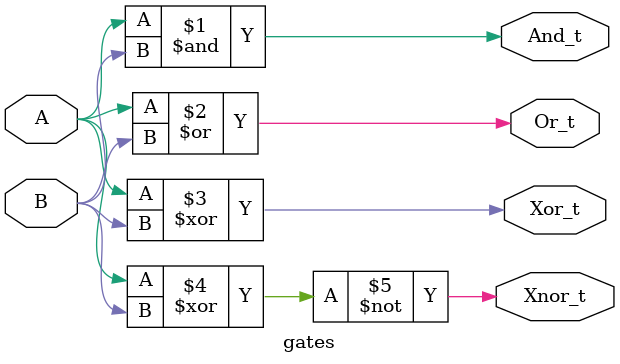
<source format=sv>
/**********************************************************************
* File Name	: gates.sv
* Description 	:
* Creation Date : 25-11-2020
* Last Modified : Wed 25 Nov 2020 09:00:36 AM PST
* Author 	: Vinod Sake
* Email 	: vinodsake042@gmail.com
* GitHub	: github.com/vinodsake
**********************************************************************/

module gates(
	input A,
	input B,
	output And_t,
	output Or_t,
	output Xor_t,
	output Xnor_t
);
	reg And_t, Or_t, Xor_t, Xnor_t;
	assign And_t = A & B;
	assign Or_t = A | B;
	assign Xor_t = A ^ B;
	assign Xnor_t = ~(A ^ B);
	
endmodule

</source>
